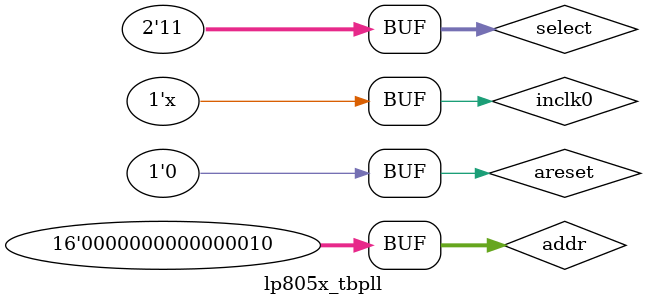
<source format=v>
`include "oc8051_timescale.v"

`include "oc8051_defines.v"

module lp805x_tbpll();

parameter FREQ0  = 50000; // frequency in kHz
parameter DELAY0 = 500000/FREQ0;
/*
	reg	  areset;
	reg	  inclk0;
	reg	  pfdena;
	reg	  pllena;
	wire	  c0;
	wire	  c1;
	wire	  c2;
	wire	  locked;

lp805x_pll dut
	(
		.areset( areset),
		.inclk0( inclk0),
		.pfdena( pdfena),
		.pllena( pllena),
		.c0( c0),
		.c1( c1),
		.c2( c2),
		.locked( locked)
	);
	
	initial
	begin
		inclk0 = 0;
		areset = 1;
		pfdena = 1;
		pllena = 1;
		
		#20
		areset = 0;
		

	end
	*/
	
	reg  inclk0;
	reg areset;
	reg [15:0] addr;
	wire [31:0] data;
	reg [1:0] select;
	wire clk;
	wire locked;
	
	pll_dummy dut(areset,inclk0,clk,addr,data,select,locked);
	
	initial
	begin
	areset=1;
	inclk0=0;
	addr = 0;
	select = 1;
	
	#5
	areset=0;
	#300
	addr = 1;
	select = 2;
	
	#300
	addr = 2;
	select = 3;
	end
	
	always #DELAY0 inclk0 = ~inclk0;

endmodule

</source>
